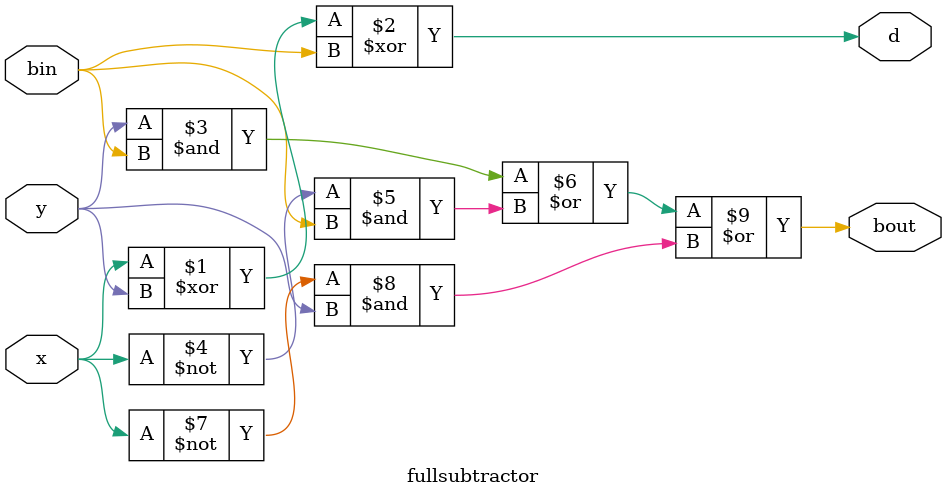
<source format=v>
module unsignedsubtractor(x,y,d,bout);
	parameter size = 4;
	input [size-1:0] x;
	input [size-1:0] y;
	output [size-1:0] d;
	wire [size-1:0] boutbuf;
	output bout;
	fullsubtractor FS1(x[0],y[0],0,d[0],boutbuf[0]);
	genvar i;
	generate
	for(i = 1; i<size; i=i+1) begin: subtractors
			fullsubtractor FS(x[i],y[i],boutbuf[i-1],d[i],boutbuf[i]);
		end	
	endgenerate
	assign bout = boutbuf[size-1];
endmodule

// module to be a RCA
// inputs 4 bit for x and y
// 2 outputs, one the added number, and two the carry out if necessarry
// create a buffer to store all carries
// use the full adder module to add each bit in a for loop, returning a carry out if need be
// assign the carry out to be the bit represented at the buffer[3]
// output the value stored from the addition
module unsignedripplecarryadder(x,y,s,cout);
	parameter size = 4;
	input [size-1:0] x;
	input [size-1:0] y;
	output[size-1:0] s;
	wire [size-1:0] coutbuf;
	output cout;
	fulladder FA1(x[0],y[0],0,s[0],coutbuf[0]);
	genvar i; 
	generate
	for(i = 1; i<size; i=i+1) begin: adders
		fulladder FA(x[i],y[i],coutbuf[i-1],s[i],coutbuf[i]);
		end
	endgenerate 
	assign cout = coutbuf[size-1];
endmodule

// module to multiply an 8 bit number by two, and output a carry if need be
// multiplying by 2 is a simple bit shift to the left
// perform the bit shift and make the carry equal to the bit that was previously at location 7
module multiplyby2(x,p,c);
	input [7:0] x;
	output [7:0] p;
	output c;
	assign c = x[7];
	assign p = x << 1;
endmodule

//module to divide an 8 bit number by 2
// dividing is a simple bit shift to the right
// perform the bitshift and make the carry equal to the value initially at position 0
module divideby2(x,q,r);
	input [7:0] x;
	output [7:0] q;
	output r; 
	assign r = x[0];
	assign q = x >> 1;
endmodule

// module to operate as a full adder 
// inputs: 2 operands and a carry in
// and output a sum and a carry out
module fulladder(x,y,cin,s,cout);
	input x;
	input y;
	input cin;
	output s;
	output cout;
	assign s = x^y^cin;
	assign cout = (y&cin) | (x&y) | (x&cin);
endmodule


// module to act as a full subtractor, similar to a full adder
// the inputs are similar because they are 2 numbers and a borrow in
// the out puts are similar as they are a difference and a borrow out
module fullsubtractor(x,y,bin,d,bout);
	input x;
	input y;
	input bin;
	output d;
	output bout;
	assign d = x^y^bin;
	assign bout = (y&bin) | ((~x)&bin) | ((~x)&y);
endmodule


</source>
